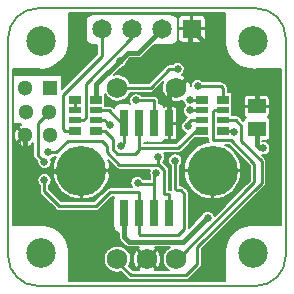
<source format=gbl>
G04 (created by PCBNEW (2013-03-02 BZR 3981)-testing) date Mon 04 Mar 2013 06:48:55 AM CET*
%MOIN*%
G04 Gerber Fmt 3.4, Leading zero omitted, Abs format*
%FSLAX34Y34*%
G01*
G70*
G90*
G04 APERTURE LIST*
%ADD10C,3.14961e-06*%
%ADD11C,0.00787402*%
%ADD12C,0.0688976*%
%ADD13O,0.167323X0.167323*%
%ADD14C,0.0984252*%
%ADD15R,0.0511811X0.0511811*%
%ADD16C,0.0511811*%
%ADD17R,0.0649606X0.0649606*%
%ADD18C,0.0649606*%
%ADD19R,0.0275591X0.0866142*%
%ADD20R,0.059X0.0511*%
%ADD21R,0.0393701X0.0255906*%
%ADD22R,0.0393701X0.019685*%
%ADD23C,0.0255906*%
%ADD24C,0.00984252*%
%ADD25C,0.015748*%
%ADD26C,0.000393701*%
%ADD27C,0.00629921*%
G04 APERTURE END LIST*
G54D10*
G54D11*
X48129Y-33562D02*
X40846Y-33562D01*
X49114Y-41830D02*
X49114Y-34547D01*
X40846Y-42814D02*
X48129Y-42814D01*
X39862Y-34547D02*
X39862Y-41830D01*
X39862Y-41830D02*
G75*
G03X40846Y-42814I984J0D01*
G74*
G01*
X48129Y-42814D02*
G75*
G03X49114Y-41830I0J984D01*
G74*
G01*
X49114Y-34547D02*
G75*
G03X48129Y-33562I-984J0D01*
G74*
G01*
X40846Y-33562D02*
G75*
G03X39862Y-34547I0J-984D01*
G74*
G01*
G54D12*
X43503Y-41929D03*
X45472Y-41929D03*
X44488Y-41929D03*
X45472Y-36220D03*
X43503Y-36220D03*
G54D13*
X46673Y-38976D03*
X42303Y-38976D03*
G54D14*
X48031Y-41732D03*
X40944Y-41732D03*
X40944Y-34645D03*
X48031Y-34645D03*
G54D15*
X41259Y-36220D03*
G54D16*
X40433Y-36220D03*
X41220Y-37007D03*
X40472Y-37007D03*
X41259Y-37795D03*
X40433Y-37795D03*
G54D17*
X45988Y-34251D03*
G54D18*
X44988Y-34251D03*
X43988Y-34251D03*
X42988Y-34251D03*
G54D19*
X43738Y-37397D03*
X44238Y-37397D03*
X44738Y-37397D03*
X45238Y-37397D03*
X45238Y-40397D03*
X44738Y-40397D03*
X44238Y-40397D03*
X43738Y-40397D03*
G54D20*
X48149Y-37578D03*
X48149Y-36830D03*
G54D21*
X47027Y-37647D03*
G54D22*
X47027Y-37283D03*
X47027Y-36968D03*
G54D21*
X47027Y-36604D03*
X46318Y-37647D03*
G54D22*
X46318Y-37283D03*
X46318Y-36968D03*
G54D21*
X46318Y-36604D03*
X42086Y-36604D03*
G54D22*
X42086Y-36968D03*
X42086Y-37283D03*
G54D21*
X42086Y-37647D03*
X42795Y-36604D03*
G54D22*
X42795Y-36968D03*
X42795Y-37283D03*
G54D21*
X42795Y-37647D03*
G54D23*
X45511Y-35590D03*
X46181Y-36161D03*
X44173Y-39389D03*
X44803Y-39055D03*
X45925Y-36968D03*
X41200Y-38366D03*
X44862Y-38523D03*
X45925Y-36614D03*
X43622Y-38149D03*
X41072Y-38681D03*
X41072Y-39291D03*
X45866Y-37500D03*
X45433Y-38641D03*
X42125Y-34547D03*
X42125Y-35157D03*
X48779Y-35944D03*
X48779Y-37440D03*
X48759Y-39015D03*
X48759Y-39940D03*
X46692Y-42027D03*
X42125Y-33956D03*
X40196Y-39409D03*
X40748Y-40078D03*
X40196Y-40590D03*
X42992Y-40905D03*
X42322Y-42165D03*
X41299Y-40590D03*
X44133Y-36633D03*
X43257Y-37470D03*
X47381Y-37677D03*
X48366Y-38228D03*
X43582Y-35314D03*
X46515Y-40551D03*
G54D24*
X44606Y-36220D02*
X45236Y-35590D01*
X45236Y-35590D02*
X45511Y-35590D01*
X43503Y-36220D02*
X44606Y-36220D01*
X47027Y-36220D02*
X46968Y-36161D01*
X46968Y-36161D02*
X46181Y-36161D01*
X47027Y-36220D02*
X47027Y-36604D01*
X43956Y-42460D02*
X45787Y-42460D01*
X43503Y-42007D02*
X43956Y-42460D01*
X43503Y-41929D02*
X43503Y-42007D01*
X46161Y-41535D02*
X48307Y-39389D01*
X46161Y-42086D02*
X46161Y-41535D01*
X45787Y-42460D02*
X46161Y-42086D01*
X47027Y-37283D02*
X47440Y-37283D01*
X47637Y-37992D02*
X47637Y-37480D01*
X48307Y-38661D02*
X48307Y-39389D01*
X47637Y-37992D02*
X48307Y-38661D01*
X47440Y-37283D02*
X47637Y-37480D01*
X47066Y-37322D02*
X47027Y-37283D01*
X47281Y-37954D02*
X46691Y-37954D01*
X46712Y-36968D02*
X47027Y-36968D01*
X46673Y-37007D02*
X46712Y-36968D01*
X46673Y-37936D02*
X46673Y-37007D01*
X46691Y-37954D02*
X46673Y-37936D01*
X45472Y-41929D02*
X45511Y-41929D01*
X45511Y-41929D02*
X48070Y-39370D01*
X48070Y-38743D02*
X48070Y-39370D01*
X47281Y-37954D02*
X48070Y-38743D01*
X46318Y-37647D02*
X46112Y-37647D01*
X45531Y-38228D02*
X44238Y-38228D01*
X46112Y-37647D02*
X45531Y-38228D01*
X42795Y-37647D02*
X43080Y-37647D01*
X44238Y-38281D02*
X44238Y-38228D01*
X44238Y-38228D02*
X44238Y-37476D01*
X43080Y-37647D02*
X43346Y-37913D01*
X43346Y-37913D02*
X43346Y-38267D01*
X44094Y-38425D02*
X44238Y-38281D01*
X43503Y-38425D02*
X44094Y-38425D01*
X43346Y-38267D02*
X43503Y-38425D01*
X44173Y-39389D02*
X44198Y-39415D01*
X44738Y-39415D02*
X44198Y-39415D01*
X44738Y-39415D02*
X44738Y-39120D01*
X44738Y-39120D02*
X44803Y-39055D01*
X46318Y-36968D02*
X45925Y-36968D01*
X44738Y-40476D02*
X44738Y-39415D01*
X41840Y-37972D02*
X41446Y-38366D01*
X42982Y-37972D02*
X41840Y-37972D01*
X43159Y-38366D02*
X43572Y-38779D01*
X43572Y-38779D02*
X43917Y-38779D01*
X44862Y-38779D02*
X43917Y-38779D01*
X43159Y-38149D02*
X42982Y-37972D01*
X43159Y-38149D02*
X43159Y-38366D01*
X41446Y-38366D02*
X41200Y-38366D01*
X44901Y-38779D02*
X45059Y-38937D01*
X44862Y-38779D02*
X44901Y-38779D01*
X45236Y-40395D02*
X45238Y-40397D01*
X45236Y-39763D02*
X45236Y-40395D01*
X45059Y-39763D02*
X45236Y-39763D01*
X45059Y-38937D02*
X45059Y-39763D01*
X46318Y-36604D02*
X45935Y-36604D01*
X44862Y-38523D02*
X44862Y-38779D01*
X45935Y-36604D02*
X45925Y-36614D01*
X43988Y-34251D02*
X43988Y-34535D01*
X43988Y-34535D02*
X42440Y-36082D01*
X42086Y-37283D02*
X42362Y-37283D01*
X42440Y-37204D02*
X42440Y-36082D01*
X42362Y-37283D02*
X42440Y-37204D01*
X43230Y-36968D02*
X43738Y-37476D01*
X42795Y-36968D02*
X43230Y-36968D01*
X43622Y-38149D02*
X43738Y-38033D01*
X43738Y-37476D02*
X43738Y-38033D01*
X41072Y-39291D02*
X41072Y-39665D01*
X40856Y-38248D02*
X40856Y-38464D01*
X40856Y-38464D02*
X41072Y-38681D01*
X43267Y-39685D02*
X42795Y-40157D01*
X45728Y-40905D02*
X45728Y-39744D01*
X44224Y-39685D02*
X43267Y-39685D01*
X44224Y-40462D02*
X44238Y-40476D01*
X44224Y-39685D02*
X44224Y-40462D01*
X45866Y-37381D02*
X45866Y-37500D01*
X46318Y-37283D02*
X45964Y-37283D01*
X45964Y-37283D02*
X45866Y-37381D01*
X45511Y-41122D02*
X45728Y-40905D01*
X44238Y-40476D02*
X44238Y-41088D01*
X44271Y-41122D02*
X44238Y-41088D01*
X44271Y-41122D02*
X45511Y-41122D01*
X45433Y-39572D02*
X45433Y-38641D01*
X45486Y-39625D02*
X45433Y-39572D01*
X45610Y-39625D02*
X45486Y-39625D01*
X45728Y-39744D02*
X45610Y-39625D01*
X42795Y-40157D02*
X41938Y-40157D01*
X40856Y-37372D02*
X41220Y-37007D01*
X40856Y-37372D02*
X40856Y-38248D01*
X41564Y-40157D02*
X41938Y-40157D01*
X41072Y-39665D02*
X41564Y-40157D01*
X46338Y-37283D02*
X46318Y-37283D01*
X42992Y-35137D02*
X42992Y-34255D01*
X42992Y-35137D02*
X41692Y-36437D01*
X41692Y-36437D02*
X41692Y-37598D01*
X41692Y-37598D02*
X41742Y-37647D01*
X42086Y-37647D02*
X41742Y-37647D01*
X42992Y-34255D02*
X42988Y-34251D01*
X42988Y-34251D02*
X42988Y-34295D01*
G54D25*
X40629Y-38976D02*
X40433Y-38779D01*
X42047Y-38976D02*
X40629Y-38976D01*
X40433Y-38779D02*
X40433Y-37795D01*
G54D26*
X48661Y-36830D02*
X48661Y-36062D01*
X48661Y-36062D02*
X48779Y-35944D01*
X48759Y-39940D02*
X48759Y-40177D01*
X48661Y-36830D02*
X48779Y-36948D01*
X48779Y-36948D02*
X48779Y-37440D01*
X48759Y-39015D02*
X48759Y-39940D01*
X48149Y-36830D02*
X48661Y-36830D01*
X46692Y-41496D02*
X46692Y-42027D01*
X47381Y-40807D02*
X46692Y-41496D01*
X47637Y-40807D02*
X47381Y-40807D01*
X47795Y-40649D02*
X47637Y-40807D01*
X48287Y-40649D02*
X47795Y-40649D01*
X48759Y-40177D02*
X48287Y-40649D01*
X45988Y-34251D02*
X45988Y-33881D01*
X42322Y-33759D02*
X42125Y-33956D01*
X45866Y-33759D02*
X42322Y-33759D01*
X45988Y-33881D02*
X45866Y-33759D01*
X40196Y-39409D02*
X40255Y-37972D01*
X40255Y-37972D02*
X40433Y-37795D01*
G54D25*
X45988Y-34295D02*
X48149Y-36456D01*
X45988Y-34251D02*
X45988Y-34295D01*
X48149Y-36456D02*
X48149Y-36830D01*
G54D26*
X40748Y-40078D02*
X40708Y-40078D01*
X40708Y-40078D02*
X40196Y-40590D01*
X40748Y-40078D02*
X41299Y-40590D01*
G54D25*
X45909Y-35783D02*
X45909Y-34330D01*
X45472Y-36220D02*
X45909Y-35783D01*
X45909Y-34330D02*
X45988Y-34251D01*
X45238Y-37476D02*
X45238Y-36454D01*
X45238Y-36454D02*
X45472Y-36220D01*
G54D24*
X44724Y-36633D02*
X44738Y-36647D01*
X44738Y-37476D02*
X44738Y-36647D01*
X44133Y-36633D02*
X44724Y-36633D01*
X42795Y-37283D02*
X43070Y-37283D01*
X43070Y-37283D02*
X43257Y-37470D01*
X42086Y-36604D02*
X42086Y-36968D01*
X47027Y-37647D02*
X47352Y-37647D01*
X47381Y-37677D02*
X47352Y-37647D01*
G54D25*
X48149Y-38110D02*
X48267Y-38228D01*
X48149Y-38110D02*
X48149Y-37578D01*
X48267Y-38228D02*
X48366Y-38228D01*
X45688Y-41338D02*
X46476Y-40551D01*
X43897Y-41338D02*
X45688Y-41338D01*
X43738Y-41179D02*
X43738Y-40476D01*
X43738Y-41179D02*
X43897Y-41338D01*
X46476Y-40551D02*
X46515Y-40551D01*
X42795Y-36604D02*
X42795Y-36102D01*
X42795Y-36102D02*
X43582Y-35314D01*
X43582Y-35314D02*
X43858Y-35039D01*
X44200Y-35039D02*
X44988Y-34251D01*
X43858Y-35039D02*
X44200Y-35039D01*
G54D10*
G36*
X47911Y-39304D02*
X47624Y-39590D01*
X47624Y-39145D01*
X47607Y-38994D01*
X46690Y-38994D01*
X46690Y-39910D01*
X46841Y-39928D01*
X47023Y-39877D01*
X47191Y-39791D01*
X47340Y-39675D01*
X47463Y-39532D01*
X47556Y-39368D01*
X47615Y-39189D01*
X47624Y-39145D01*
X47624Y-39590D01*
X46741Y-40473D01*
X46727Y-40438D01*
X46701Y-40399D01*
X46668Y-40366D01*
X46655Y-40358D01*
X46655Y-39910D01*
X46655Y-38994D01*
X45739Y-38994D01*
X45721Y-39145D01*
X45730Y-39189D01*
X45789Y-39368D01*
X45882Y-39532D01*
X46006Y-39675D01*
X46154Y-39791D01*
X46322Y-39877D01*
X46504Y-39928D01*
X46655Y-39910D01*
X46655Y-40358D01*
X46629Y-40340D01*
X46586Y-40322D01*
X46540Y-40313D01*
X46494Y-40312D01*
X46448Y-40321D01*
X46404Y-40339D01*
X46365Y-40364D01*
X46332Y-40397D01*
X46306Y-40435D01*
X46292Y-40468D01*
X45887Y-40872D01*
X45887Y-39744D01*
X45886Y-39729D01*
X45885Y-39714D01*
X45884Y-39713D01*
X45884Y-39713D01*
X45880Y-39699D01*
X45876Y-39684D01*
X45876Y-39684D01*
X45875Y-39683D01*
X45868Y-39670D01*
X45862Y-39657D01*
X45861Y-39656D01*
X45861Y-39655D01*
X45851Y-39644D01*
X45842Y-39632D01*
X45841Y-39631D01*
X45841Y-39631D01*
X45841Y-39631D01*
X45841Y-39631D01*
X45722Y-39513D01*
X45711Y-39503D01*
X45700Y-39494D01*
X45699Y-39494D01*
X45698Y-39493D01*
X45685Y-39486D01*
X45673Y-39479D01*
X45672Y-39479D01*
X45671Y-39478D01*
X45657Y-39474D01*
X45643Y-39470D01*
X45642Y-39469D01*
X45641Y-39469D01*
X45627Y-39468D01*
X45612Y-39466D01*
X45610Y-39466D01*
X45610Y-39466D01*
X45610Y-39466D01*
X45610Y-39466D01*
X45592Y-39466D01*
X45592Y-38818D01*
X45614Y-38798D01*
X45641Y-38759D01*
X45660Y-38717D01*
X45670Y-38671D01*
X45671Y-38618D01*
X45662Y-38572D01*
X45644Y-38529D01*
X45618Y-38490D01*
X45585Y-38457D01*
X45546Y-38431D01*
X45503Y-38413D01*
X45458Y-38403D01*
X45411Y-38403D01*
X45365Y-38412D01*
X45322Y-38429D01*
X45283Y-38455D01*
X45249Y-38487D01*
X45223Y-38526D01*
X45204Y-38569D01*
X45195Y-38615D01*
X45194Y-38661D01*
X45203Y-38707D01*
X45220Y-38751D01*
X45245Y-38790D01*
X45273Y-38819D01*
X45273Y-39572D01*
X45275Y-39587D01*
X45276Y-39602D01*
X45276Y-39602D01*
X45276Y-39603D01*
X45278Y-39610D01*
X45269Y-39607D01*
X45268Y-39607D01*
X45268Y-39607D01*
X45253Y-39606D01*
X45238Y-39604D01*
X45237Y-39604D01*
X45237Y-39604D01*
X45237Y-39604D01*
X45236Y-39604D01*
X45218Y-39604D01*
X45218Y-38937D01*
X45217Y-38922D01*
X45215Y-38907D01*
X45215Y-38906D01*
X45215Y-38906D01*
X45211Y-38891D01*
X45207Y-38877D01*
X45206Y-38877D01*
X45206Y-38876D01*
X45199Y-38863D01*
X45192Y-38850D01*
X45192Y-38849D01*
X45191Y-38848D01*
X45182Y-38837D01*
X45173Y-38825D01*
X45172Y-38824D01*
X45172Y-38824D01*
X45172Y-38824D01*
X45171Y-38824D01*
X45035Y-38687D01*
X45043Y-38680D01*
X45070Y-38641D01*
X45089Y-38599D01*
X45099Y-38553D01*
X45100Y-38500D01*
X45091Y-38454D01*
X45073Y-38411D01*
X45057Y-38387D01*
X45531Y-38387D01*
X45546Y-38386D01*
X45560Y-38385D01*
X45561Y-38384D01*
X45562Y-38384D01*
X45576Y-38380D01*
X45590Y-38376D01*
X45591Y-38376D01*
X45592Y-38375D01*
X45605Y-38368D01*
X45618Y-38362D01*
X45618Y-38361D01*
X45619Y-38361D01*
X45631Y-38351D01*
X45642Y-38342D01*
X45643Y-38341D01*
X45643Y-38341D01*
X45643Y-38341D01*
X45644Y-38341D01*
X46099Y-37885D01*
X46121Y-37885D01*
X46132Y-37885D01*
X46513Y-37885D01*
X46513Y-37936D01*
X46515Y-37950D01*
X46516Y-37965D01*
X46516Y-37966D01*
X46516Y-37967D01*
X46521Y-37981D01*
X46525Y-37995D01*
X46525Y-37996D01*
X46525Y-37997D01*
X46532Y-38010D01*
X46539Y-38023D01*
X46540Y-38023D01*
X46540Y-38024D01*
X46544Y-38029D01*
X46504Y-38024D01*
X46322Y-38075D01*
X46154Y-38160D01*
X46006Y-38277D01*
X45882Y-38419D01*
X45789Y-38584D01*
X45730Y-38763D01*
X45721Y-38807D01*
X45739Y-38958D01*
X46655Y-38958D01*
X46655Y-38950D01*
X46690Y-38950D01*
X46690Y-38958D01*
X47607Y-38958D01*
X47624Y-38807D01*
X47615Y-38763D01*
X47556Y-38584D01*
X47463Y-38419D01*
X47340Y-38277D01*
X47191Y-38160D01*
X47099Y-38113D01*
X47215Y-38113D01*
X47911Y-38809D01*
X47911Y-39304D01*
X47911Y-39304D01*
G37*
G54D27*
X47911Y-39304D02*
X47624Y-39590D01*
X47624Y-39145D01*
X47607Y-38994D01*
X46690Y-38994D01*
X46690Y-39910D01*
X46841Y-39928D01*
X47023Y-39877D01*
X47191Y-39791D01*
X47340Y-39675D01*
X47463Y-39532D01*
X47556Y-39368D01*
X47615Y-39189D01*
X47624Y-39145D01*
X47624Y-39590D01*
X46741Y-40473D01*
X46727Y-40438D01*
X46701Y-40399D01*
X46668Y-40366D01*
X46655Y-40358D01*
X46655Y-39910D01*
X46655Y-38994D01*
X45739Y-38994D01*
X45721Y-39145D01*
X45730Y-39189D01*
X45789Y-39368D01*
X45882Y-39532D01*
X46006Y-39675D01*
X46154Y-39791D01*
X46322Y-39877D01*
X46504Y-39928D01*
X46655Y-39910D01*
X46655Y-40358D01*
X46629Y-40340D01*
X46586Y-40322D01*
X46540Y-40313D01*
X46494Y-40312D01*
X46448Y-40321D01*
X46404Y-40339D01*
X46365Y-40364D01*
X46332Y-40397D01*
X46306Y-40435D01*
X46292Y-40468D01*
X45887Y-40872D01*
X45887Y-39744D01*
X45886Y-39729D01*
X45885Y-39714D01*
X45884Y-39713D01*
X45884Y-39713D01*
X45880Y-39699D01*
X45876Y-39684D01*
X45876Y-39684D01*
X45875Y-39683D01*
X45868Y-39670D01*
X45862Y-39657D01*
X45861Y-39656D01*
X45861Y-39655D01*
X45851Y-39644D01*
X45842Y-39632D01*
X45841Y-39631D01*
X45841Y-39631D01*
X45841Y-39631D01*
X45841Y-39631D01*
X45722Y-39513D01*
X45711Y-39503D01*
X45700Y-39494D01*
X45699Y-39494D01*
X45698Y-39493D01*
X45685Y-39486D01*
X45673Y-39479D01*
X45672Y-39479D01*
X45671Y-39478D01*
X45657Y-39474D01*
X45643Y-39470D01*
X45642Y-39469D01*
X45641Y-39469D01*
X45627Y-39468D01*
X45612Y-39466D01*
X45610Y-39466D01*
X45610Y-39466D01*
X45610Y-39466D01*
X45610Y-39466D01*
X45592Y-39466D01*
X45592Y-38818D01*
X45614Y-38798D01*
X45641Y-38759D01*
X45660Y-38717D01*
X45670Y-38671D01*
X45671Y-38618D01*
X45662Y-38572D01*
X45644Y-38529D01*
X45618Y-38490D01*
X45585Y-38457D01*
X45546Y-38431D01*
X45503Y-38413D01*
X45458Y-38403D01*
X45411Y-38403D01*
X45365Y-38412D01*
X45322Y-38429D01*
X45283Y-38455D01*
X45249Y-38487D01*
X45223Y-38526D01*
X45204Y-38569D01*
X45195Y-38615D01*
X45194Y-38661D01*
X45203Y-38707D01*
X45220Y-38751D01*
X45245Y-38790D01*
X45273Y-38819D01*
X45273Y-39572D01*
X45275Y-39587D01*
X45276Y-39602D01*
X45276Y-39602D01*
X45276Y-39603D01*
X45278Y-39610D01*
X45269Y-39607D01*
X45268Y-39607D01*
X45268Y-39607D01*
X45253Y-39606D01*
X45238Y-39604D01*
X45237Y-39604D01*
X45237Y-39604D01*
X45237Y-39604D01*
X45236Y-39604D01*
X45218Y-39604D01*
X45218Y-38937D01*
X45217Y-38922D01*
X45215Y-38907D01*
X45215Y-38906D01*
X45215Y-38906D01*
X45211Y-38891D01*
X45207Y-38877D01*
X45206Y-38877D01*
X45206Y-38876D01*
X45199Y-38863D01*
X45192Y-38850D01*
X45192Y-38849D01*
X45191Y-38848D01*
X45182Y-38837D01*
X45173Y-38825D01*
X45172Y-38824D01*
X45172Y-38824D01*
X45172Y-38824D01*
X45171Y-38824D01*
X45035Y-38687D01*
X45043Y-38680D01*
X45070Y-38641D01*
X45089Y-38599D01*
X45099Y-38553D01*
X45100Y-38500D01*
X45091Y-38454D01*
X45073Y-38411D01*
X45057Y-38387D01*
X45531Y-38387D01*
X45546Y-38386D01*
X45560Y-38385D01*
X45561Y-38384D01*
X45562Y-38384D01*
X45576Y-38380D01*
X45590Y-38376D01*
X45591Y-38376D01*
X45592Y-38375D01*
X45605Y-38368D01*
X45618Y-38362D01*
X45618Y-38361D01*
X45619Y-38361D01*
X45631Y-38351D01*
X45642Y-38342D01*
X45643Y-38341D01*
X45643Y-38341D01*
X45643Y-38341D01*
X45644Y-38341D01*
X46099Y-37885D01*
X46121Y-37885D01*
X46132Y-37885D01*
X46513Y-37885D01*
X46513Y-37936D01*
X46515Y-37950D01*
X46516Y-37965D01*
X46516Y-37966D01*
X46516Y-37967D01*
X46521Y-37981D01*
X46525Y-37995D01*
X46525Y-37996D01*
X46525Y-37997D01*
X46532Y-38010D01*
X46539Y-38023D01*
X46540Y-38023D01*
X46540Y-38024D01*
X46544Y-38029D01*
X46504Y-38024D01*
X46322Y-38075D01*
X46154Y-38160D01*
X46006Y-38277D01*
X45882Y-38419D01*
X45789Y-38584D01*
X45730Y-38763D01*
X45721Y-38807D01*
X45739Y-38958D01*
X46655Y-38958D01*
X46655Y-38950D01*
X46690Y-38950D01*
X46690Y-38958D01*
X47607Y-38958D01*
X47624Y-38807D01*
X47615Y-38763D01*
X47556Y-38584D01*
X47463Y-38419D01*
X47340Y-38277D01*
X47191Y-38160D01*
X47099Y-38113D01*
X47215Y-38113D01*
X47911Y-38809D01*
X47911Y-39304D01*
G54D10*
G36*
X48964Y-40780D02*
X48961Y-40779D01*
X48918Y-40775D01*
X48604Y-40775D01*
X48604Y-38204D01*
X48595Y-38159D01*
X48577Y-38115D01*
X48551Y-38077D01*
X48518Y-38043D01*
X48479Y-38017D01*
X48436Y-37999D01*
X48391Y-37990D01*
X48344Y-37989D01*
X48338Y-37991D01*
X48338Y-37983D01*
X48459Y-37983D01*
X48488Y-37978D01*
X48515Y-37966D01*
X48539Y-37950D01*
X48560Y-37930D01*
X48576Y-37905D01*
X48588Y-37878D01*
X48594Y-37849D01*
X48594Y-37820D01*
X48594Y-37308D01*
X48588Y-37279D01*
X48577Y-37252D01*
X48561Y-37228D01*
X48540Y-37207D01*
X48518Y-37192D01*
X48527Y-37186D01*
X48545Y-37168D01*
X48559Y-37147D01*
X48569Y-37123D01*
X48574Y-37098D01*
X48574Y-36562D01*
X48569Y-36537D01*
X48559Y-36513D01*
X48545Y-36492D01*
X48527Y-36474D01*
X48506Y-36460D01*
X48483Y-36450D01*
X48458Y-36445D01*
X48432Y-36445D01*
X48199Y-36445D01*
X48167Y-36477D01*
X48167Y-36813D01*
X48542Y-36813D01*
X48574Y-36780D01*
X48574Y-36562D01*
X48574Y-37098D01*
X48574Y-36880D01*
X48542Y-36848D01*
X48167Y-36848D01*
X48167Y-36856D01*
X48131Y-36856D01*
X48131Y-36848D01*
X48131Y-36813D01*
X48131Y-36477D01*
X48099Y-36445D01*
X47866Y-36445D01*
X47840Y-36445D01*
X47816Y-36450D01*
X47792Y-36460D01*
X47771Y-36474D01*
X47753Y-36492D01*
X47739Y-36513D01*
X47729Y-36537D01*
X47724Y-36562D01*
X47724Y-36780D01*
X47757Y-36813D01*
X48131Y-36813D01*
X48131Y-36848D01*
X47757Y-36848D01*
X47724Y-36880D01*
X47724Y-37098D01*
X47729Y-37123D01*
X47739Y-37147D01*
X47753Y-37168D01*
X47771Y-37186D01*
X47780Y-37192D01*
X47759Y-37206D01*
X47738Y-37227D01*
X47722Y-37251D01*
X47710Y-37278D01*
X47705Y-37307D01*
X47704Y-37322D01*
X47553Y-37170D01*
X47542Y-37161D01*
X47531Y-37151D01*
X47530Y-37151D01*
X47529Y-37150D01*
X47516Y-37144D01*
X47503Y-37136D01*
X47502Y-37136D01*
X47502Y-37136D01*
X47488Y-37131D01*
X47474Y-37127D01*
X47473Y-37127D01*
X47472Y-37127D01*
X47457Y-37125D01*
X47443Y-37124D01*
X47441Y-37124D01*
X47441Y-37124D01*
X47441Y-37124D01*
X47440Y-37124D01*
X47334Y-37124D01*
X47334Y-37067D01*
X47334Y-37056D01*
X47334Y-36859D01*
X47334Y-36859D01*
X47334Y-36733D01*
X47334Y-36722D01*
X47334Y-36465D01*
X47334Y-36465D01*
X47334Y-36366D01*
X47225Y-36366D01*
X47214Y-36366D01*
X47187Y-36366D01*
X47187Y-36220D01*
X47185Y-36205D01*
X47184Y-36191D01*
X47184Y-36190D01*
X47183Y-36189D01*
X47179Y-36175D01*
X47175Y-36161D01*
X47175Y-36160D01*
X47174Y-36159D01*
X47168Y-36146D01*
X47161Y-36133D01*
X47160Y-36132D01*
X47160Y-36132D01*
X47151Y-36120D01*
X47141Y-36109D01*
X47140Y-36108D01*
X47140Y-36108D01*
X47140Y-36108D01*
X47140Y-36107D01*
X47081Y-36048D01*
X47069Y-36039D01*
X47058Y-36029D01*
X47057Y-36029D01*
X47057Y-36028D01*
X47044Y-36021D01*
X47031Y-36014D01*
X47030Y-36014D01*
X47029Y-36014D01*
X47015Y-36009D01*
X47001Y-36005D01*
X47000Y-36005D01*
X47000Y-36005D01*
X46985Y-36003D01*
X46970Y-36001D01*
X46969Y-36001D01*
X46969Y-36001D01*
X46969Y-36001D01*
X46968Y-36001D01*
X46443Y-36001D01*
X46443Y-34564D01*
X46443Y-33938D01*
X46442Y-33913D01*
X46437Y-33888D01*
X46427Y-33865D01*
X46413Y-33843D01*
X46395Y-33825D01*
X46374Y-33811D01*
X46350Y-33802D01*
X46325Y-33797D01*
X46038Y-33797D01*
X46005Y-33829D01*
X46005Y-34234D01*
X46410Y-34234D01*
X46442Y-34201D01*
X46443Y-33938D01*
X46443Y-34564D01*
X46442Y-34302D01*
X46410Y-34269D01*
X46005Y-34269D01*
X46005Y-34674D01*
X46038Y-34706D01*
X46325Y-34706D01*
X46350Y-34701D01*
X46374Y-34692D01*
X46395Y-34677D01*
X46413Y-34659D01*
X46427Y-34638D01*
X46437Y-34615D01*
X46442Y-34590D01*
X46443Y-34564D01*
X46443Y-36001D01*
X46358Y-36001D01*
X46333Y-35977D01*
X46294Y-35950D01*
X46251Y-35932D01*
X46206Y-35923D01*
X46159Y-35923D01*
X46113Y-35931D01*
X46070Y-35949D01*
X46031Y-35974D01*
X45997Y-36007D01*
X45971Y-36046D01*
X45970Y-36048D01*
X45970Y-34674D01*
X45970Y-34269D01*
X45970Y-34234D01*
X45970Y-33829D01*
X45937Y-33797D01*
X45650Y-33797D01*
X45625Y-33802D01*
X45602Y-33811D01*
X45580Y-33825D01*
X45562Y-33843D01*
X45548Y-33865D01*
X45538Y-33888D01*
X45533Y-33913D01*
X45533Y-33938D01*
X45533Y-34201D01*
X45565Y-34234D01*
X45970Y-34234D01*
X45970Y-34269D01*
X45565Y-34269D01*
X45533Y-34302D01*
X45533Y-34564D01*
X45533Y-34590D01*
X45538Y-34615D01*
X45548Y-34638D01*
X45562Y-34659D01*
X45580Y-34677D01*
X45602Y-34692D01*
X45625Y-34701D01*
X45650Y-34706D01*
X45937Y-34706D01*
X45970Y-34674D01*
X45970Y-36048D01*
X45952Y-36089D01*
X45943Y-36134D01*
X45942Y-36156D01*
X45940Y-36130D01*
X45914Y-36040D01*
X45870Y-35958D01*
X45868Y-35954D01*
X45798Y-35919D01*
X45497Y-36220D01*
X45503Y-36226D01*
X45478Y-36251D01*
X45472Y-36245D01*
X45171Y-36546D01*
X45206Y-36616D01*
X45288Y-36660D01*
X45377Y-36687D01*
X45470Y-36697D01*
X45562Y-36688D01*
X45652Y-36662D01*
X45688Y-36642D01*
X45695Y-36680D01*
X45712Y-36723D01*
X45737Y-36762D01*
X45765Y-36791D01*
X45741Y-36814D01*
X45715Y-36853D01*
X45697Y-36896D01*
X45687Y-36941D01*
X45686Y-36988D01*
X45695Y-37034D01*
X45712Y-37077D01*
X45737Y-37117D01*
X45770Y-37150D01*
X45808Y-37177D01*
X45833Y-37188D01*
X45753Y-37269D01*
X45744Y-37280D01*
X45734Y-37291D01*
X45734Y-37292D01*
X45733Y-37293D01*
X45726Y-37306D01*
X45726Y-37306D01*
X45716Y-37313D01*
X45682Y-37346D01*
X45656Y-37384D01*
X45638Y-37427D01*
X45628Y-37473D01*
X45627Y-37520D01*
X45636Y-37565D01*
X45653Y-37609D01*
X45678Y-37648D01*
X45711Y-37682D01*
X45749Y-37708D01*
X45792Y-37727D01*
X45804Y-37730D01*
X45505Y-38028D01*
X45505Y-37818D01*
X45505Y-36976D01*
X45505Y-36950D01*
X45500Y-36925D01*
X45490Y-36902D01*
X45476Y-36881D01*
X45458Y-36863D01*
X45437Y-36849D01*
X45413Y-36839D01*
X45388Y-36834D01*
X45288Y-36834D01*
X45255Y-36867D01*
X45255Y-37379D01*
X45473Y-37379D01*
X45505Y-37347D01*
X45505Y-36976D01*
X45505Y-37818D01*
X45505Y-37447D01*
X45473Y-37415D01*
X45255Y-37415D01*
X45255Y-37928D01*
X45288Y-37960D01*
X45388Y-37960D01*
X45413Y-37955D01*
X45437Y-37945D01*
X45458Y-37931D01*
X45476Y-37913D01*
X45490Y-37892D01*
X45500Y-37869D01*
X45505Y-37844D01*
X45505Y-37818D01*
X45505Y-38028D01*
X45465Y-38068D01*
X44397Y-38068D01*
X44397Y-38059D01*
X44398Y-38059D01*
X44442Y-38050D01*
X44483Y-38033D01*
X44488Y-38030D01*
X44491Y-38032D01*
X44532Y-38049D01*
X44576Y-38058D01*
X44621Y-38059D01*
X44898Y-38059D01*
X44942Y-38050D01*
X44983Y-38033D01*
X45021Y-38008D01*
X45052Y-37976D01*
X45066Y-37956D01*
X45087Y-37960D01*
X45187Y-37960D01*
X45220Y-37928D01*
X45220Y-37415D01*
X45212Y-37415D01*
X45212Y-37379D01*
X45220Y-37379D01*
X45220Y-36867D01*
X45187Y-36834D01*
X45087Y-36834D01*
X45066Y-36838D01*
X45053Y-36819D01*
X45022Y-36787D01*
X44985Y-36762D01*
X44943Y-36745D01*
X44899Y-36736D01*
X44897Y-36736D01*
X44897Y-36647D01*
X44896Y-36632D01*
X44894Y-36618D01*
X44894Y-36617D01*
X44894Y-36616D01*
X44890Y-36602D01*
X44886Y-36588D01*
X44885Y-36587D01*
X44885Y-36586D01*
X44878Y-36573D01*
X44871Y-36560D01*
X44871Y-36560D01*
X44870Y-36559D01*
X44861Y-36547D01*
X44852Y-36536D01*
X44851Y-36535D01*
X44851Y-36535D01*
X44851Y-36535D01*
X44850Y-36534D01*
X44837Y-36521D01*
X44825Y-36511D01*
X44814Y-36502D01*
X44813Y-36501D01*
X44813Y-36501D01*
X44800Y-36494D01*
X44787Y-36487D01*
X44786Y-36487D01*
X44785Y-36486D01*
X44771Y-36482D01*
X44757Y-36477D01*
X44756Y-36477D01*
X44755Y-36477D01*
X44741Y-36476D01*
X44726Y-36474D01*
X44724Y-36474D01*
X44724Y-36474D01*
X44724Y-36474D01*
X44724Y-36474D01*
X44311Y-36474D01*
X44286Y-36449D01*
X44247Y-36423D01*
X44204Y-36405D01*
X44158Y-36395D01*
X44112Y-36395D01*
X44066Y-36404D01*
X44022Y-36421D01*
X43983Y-36447D01*
X43950Y-36480D01*
X43924Y-36518D01*
X43905Y-36561D01*
X43896Y-36607D01*
X43895Y-36653D01*
X43903Y-36699D01*
X43919Y-36740D01*
X43899Y-36736D01*
X43855Y-36736D01*
X43578Y-36736D01*
X43534Y-36744D01*
X43492Y-36761D01*
X43455Y-36786D01*
X43423Y-36818D01*
X43398Y-36855D01*
X43382Y-36894D01*
X43343Y-36855D01*
X43331Y-36846D01*
X43320Y-36836D01*
X43319Y-36836D01*
X43319Y-36836D01*
X43306Y-36829D01*
X43293Y-36821D01*
X43292Y-36821D01*
X43291Y-36821D01*
X43277Y-36816D01*
X43263Y-36812D01*
X43262Y-36812D01*
X43261Y-36812D01*
X43247Y-36810D01*
X43232Y-36809D01*
X43230Y-36809D01*
X43230Y-36809D01*
X43230Y-36809D01*
X43230Y-36809D01*
X43102Y-36809D01*
X43102Y-36733D01*
X43102Y-36722D01*
X43102Y-36465D01*
X43102Y-36465D01*
X43102Y-36436D01*
X43145Y-36504D01*
X43207Y-36568D01*
X43281Y-36619D01*
X43362Y-36655D01*
X43449Y-36674D01*
X43538Y-36676D01*
X43626Y-36660D01*
X43709Y-36628D01*
X43785Y-36580D01*
X43849Y-36519D01*
X43901Y-36446D01*
X43930Y-36379D01*
X44606Y-36379D01*
X44620Y-36378D01*
X44635Y-36377D01*
X44636Y-36376D01*
X44637Y-36376D01*
X44651Y-36372D01*
X44665Y-36368D01*
X44666Y-36368D01*
X44667Y-36367D01*
X44680Y-36360D01*
X44693Y-36354D01*
X44693Y-36353D01*
X44694Y-36353D01*
X44705Y-36343D01*
X44717Y-36334D01*
X44718Y-36333D01*
X44718Y-36333D01*
X44718Y-36333D01*
X44719Y-36333D01*
X45052Y-35999D01*
X45032Y-36036D01*
X45005Y-36125D01*
X44995Y-36218D01*
X45004Y-36310D01*
X45030Y-36400D01*
X45074Y-36482D01*
X45076Y-36486D01*
X45146Y-36521D01*
X45447Y-36220D01*
X45441Y-36214D01*
X45466Y-36189D01*
X45472Y-36195D01*
X45773Y-35894D01*
X45738Y-35824D01*
X45656Y-35780D01*
X45659Y-35779D01*
X45692Y-35746D01*
X45719Y-35708D01*
X45738Y-35666D01*
X45749Y-35620D01*
X45750Y-35567D01*
X45740Y-35521D01*
X45723Y-35478D01*
X45697Y-35439D01*
X45664Y-35406D01*
X45625Y-35380D01*
X45582Y-35361D01*
X45536Y-35352D01*
X45490Y-35352D01*
X45444Y-35360D01*
X45400Y-35378D01*
X45361Y-35404D01*
X45334Y-35431D01*
X45236Y-35431D01*
X45221Y-35432D01*
X45206Y-35433D01*
X45206Y-35434D01*
X45205Y-35434D01*
X45191Y-35438D01*
X45177Y-35442D01*
X45176Y-35442D01*
X45175Y-35443D01*
X45162Y-35450D01*
X45149Y-35456D01*
X45148Y-35457D01*
X45147Y-35457D01*
X45136Y-35467D01*
X45125Y-35476D01*
X45123Y-35477D01*
X45123Y-35477D01*
X45123Y-35477D01*
X45123Y-35477D01*
X44540Y-36061D01*
X43930Y-36061D01*
X43907Y-36005D01*
X43858Y-35931D01*
X43795Y-35868D01*
X43721Y-35818D01*
X43639Y-35783D01*
X43551Y-35766D01*
X43462Y-35765D01*
X43384Y-35780D01*
X43613Y-35551D01*
X43647Y-35545D01*
X43690Y-35528D01*
X43730Y-35503D01*
X43763Y-35471D01*
X43790Y-35433D01*
X43809Y-35390D01*
X43820Y-35344D01*
X43820Y-35344D01*
X43936Y-35228D01*
X44200Y-35228D01*
X44218Y-35226D01*
X44235Y-35225D01*
X44236Y-35224D01*
X44237Y-35224D01*
X44254Y-35219D01*
X44270Y-35214D01*
X44271Y-35214D01*
X44272Y-35214D01*
X44288Y-35205D01*
X44303Y-35197D01*
X44304Y-35197D01*
X44305Y-35196D01*
X44318Y-35185D01*
X44332Y-35174D01*
X44333Y-35173D01*
X44333Y-35173D01*
X44333Y-35173D01*
X44334Y-35172D01*
X44731Y-34775D01*
X45296Y-34775D01*
X45339Y-34771D01*
X45382Y-34758D01*
X45422Y-34737D01*
X45456Y-34708D01*
X45485Y-34674D01*
X45506Y-34634D01*
X45519Y-34591D01*
X45523Y-34548D01*
X45523Y-33994D01*
X45519Y-33951D01*
X45506Y-33908D01*
X45485Y-33869D01*
X45456Y-33834D01*
X45422Y-33806D01*
X45382Y-33784D01*
X45339Y-33771D01*
X45296Y-33767D01*
X42675Y-33767D01*
X42632Y-33771D01*
X42589Y-33784D01*
X42550Y-33806D01*
X42515Y-33834D01*
X42487Y-33869D01*
X42466Y-33908D01*
X42453Y-33951D01*
X42448Y-33994D01*
X42448Y-34548D01*
X42453Y-34591D01*
X42466Y-34634D01*
X42487Y-34674D01*
X42515Y-34708D01*
X42550Y-34737D01*
X42589Y-34758D01*
X42632Y-34771D01*
X42675Y-34775D01*
X42832Y-34775D01*
X42832Y-35071D01*
X41665Y-36239D01*
X41665Y-35795D01*
X40027Y-35795D01*
X40027Y-37433D01*
X40298Y-37433D01*
X40283Y-37437D01*
X40219Y-37471D01*
X40194Y-37531D01*
X40433Y-37770D01*
X40438Y-37764D01*
X40463Y-37789D01*
X40458Y-37795D01*
X40463Y-37800D01*
X40438Y-37825D01*
X40433Y-37820D01*
X40408Y-37845D01*
X40408Y-37795D01*
X40169Y-37556D01*
X40109Y-37581D01*
X40074Y-37648D01*
X40052Y-37721D01*
X40045Y-37796D01*
X40053Y-37872D01*
X40075Y-37944D01*
X40109Y-38008D01*
X40169Y-38033D01*
X40408Y-37795D01*
X40408Y-37845D01*
X40194Y-38058D01*
X40219Y-38119D01*
X40286Y-38154D01*
X40359Y-38175D01*
X40434Y-38182D01*
X40509Y-38175D01*
X40582Y-38153D01*
X40646Y-38119D01*
X40671Y-38058D01*
X40671Y-38058D01*
X40694Y-38081D01*
X40696Y-38079D01*
X40696Y-38248D01*
X40696Y-38464D01*
X40698Y-38479D01*
X40699Y-38493D01*
X40699Y-38494D01*
X40699Y-38495D01*
X40704Y-38509D01*
X40708Y-38523D01*
X40708Y-38524D01*
X40708Y-38525D01*
X40715Y-38538D01*
X40722Y-38551D01*
X40723Y-38552D01*
X40723Y-38552D01*
X40732Y-38564D01*
X40741Y-38575D01*
X40743Y-38576D01*
X40743Y-38576D01*
X40743Y-38576D01*
X40743Y-38577D01*
X40834Y-38668D01*
X40834Y-38701D01*
X40842Y-38747D01*
X40859Y-38790D01*
X40885Y-38829D01*
X40917Y-38863D01*
X40956Y-38890D01*
X40998Y-38908D01*
X41044Y-38918D01*
X41091Y-38919D01*
X41137Y-38911D01*
X41180Y-38894D01*
X41220Y-38869D01*
X41254Y-38837D01*
X41280Y-38799D01*
X41299Y-38756D01*
X41310Y-38711D01*
X41311Y-38657D01*
X41301Y-38611D01*
X41291Y-38586D01*
X41308Y-38579D01*
X41348Y-38554D01*
X41378Y-38525D01*
X41446Y-38525D01*
X41453Y-38524D01*
X41419Y-38584D01*
X41360Y-38763D01*
X41351Y-38807D01*
X41369Y-38958D01*
X42285Y-38958D01*
X42285Y-38950D01*
X42320Y-38950D01*
X42320Y-38958D01*
X43237Y-38958D01*
X43254Y-38807D01*
X43245Y-38763D01*
X43203Y-38635D01*
X43460Y-38892D01*
X43471Y-38901D01*
X43482Y-38911D01*
X43483Y-38911D01*
X43484Y-38912D01*
X43497Y-38918D01*
X43510Y-38926D01*
X43510Y-38926D01*
X43511Y-38926D01*
X43525Y-38931D01*
X43539Y-38935D01*
X43540Y-38935D01*
X43541Y-38935D01*
X43555Y-38937D01*
X43570Y-38938D01*
X43572Y-38938D01*
X43572Y-38938D01*
X43572Y-38938D01*
X43572Y-38938D01*
X43917Y-38938D01*
X44593Y-38938D01*
X44593Y-38939D01*
X44575Y-38982D01*
X44565Y-39028D01*
X44564Y-39075D01*
X44573Y-39121D01*
X44578Y-39135D01*
X44578Y-39255D01*
X44370Y-39255D01*
X44358Y-39238D01*
X44325Y-39205D01*
X44287Y-39179D01*
X44244Y-39161D01*
X44198Y-39151D01*
X44151Y-39151D01*
X44105Y-39160D01*
X44062Y-39177D01*
X44023Y-39203D01*
X43989Y-39235D01*
X43963Y-39274D01*
X43945Y-39317D01*
X43935Y-39363D01*
X43934Y-39409D01*
X43943Y-39455D01*
X43960Y-39499D01*
X43977Y-39525D01*
X43267Y-39525D01*
X43254Y-39526D01*
X43254Y-39145D01*
X43237Y-38994D01*
X42320Y-38994D01*
X42320Y-39910D01*
X42471Y-39928D01*
X42653Y-39877D01*
X42821Y-39791D01*
X42970Y-39675D01*
X43093Y-39532D01*
X43186Y-39368D01*
X43245Y-39189D01*
X43254Y-39145D01*
X43254Y-39526D01*
X43253Y-39527D01*
X43238Y-39528D01*
X43237Y-39528D01*
X43236Y-39528D01*
X43222Y-39532D01*
X43208Y-39536D01*
X43207Y-39537D01*
X43206Y-39537D01*
X43193Y-39544D01*
X43180Y-39551D01*
X43180Y-39551D01*
X43179Y-39552D01*
X43168Y-39561D01*
X43156Y-39570D01*
X43155Y-39571D01*
X43155Y-39571D01*
X43155Y-39571D01*
X43154Y-39572D01*
X42729Y-39998D01*
X42285Y-39998D01*
X42285Y-39910D01*
X42285Y-38994D01*
X41369Y-38994D01*
X41351Y-39145D01*
X41360Y-39189D01*
X41419Y-39368D01*
X41512Y-39532D01*
X41635Y-39675D01*
X41784Y-39791D01*
X41952Y-39877D01*
X42134Y-39928D01*
X42285Y-39910D01*
X42285Y-39998D01*
X41938Y-39998D01*
X41631Y-39998D01*
X41232Y-39599D01*
X41232Y-39468D01*
X41254Y-39447D01*
X41280Y-39409D01*
X41299Y-39366D01*
X41310Y-39321D01*
X41311Y-39267D01*
X41301Y-39222D01*
X41284Y-39178D01*
X41258Y-39140D01*
X41225Y-39106D01*
X41186Y-39080D01*
X41143Y-39062D01*
X41097Y-39053D01*
X41051Y-39052D01*
X41005Y-39061D01*
X40961Y-39079D01*
X40922Y-39104D01*
X40889Y-39137D01*
X40863Y-39176D01*
X40844Y-39218D01*
X40834Y-39264D01*
X40834Y-39311D01*
X40842Y-39357D01*
X40859Y-39400D01*
X40885Y-39440D01*
X40913Y-39469D01*
X40913Y-39665D01*
X40914Y-39680D01*
X40916Y-39694D01*
X40916Y-39695D01*
X40916Y-39696D01*
X40920Y-39710D01*
X40924Y-39724D01*
X40925Y-39725D01*
X40925Y-39726D01*
X40932Y-39739D01*
X40939Y-39752D01*
X40939Y-39752D01*
X40940Y-39753D01*
X40949Y-39764D01*
X40958Y-39776D01*
X40959Y-39777D01*
X40959Y-39777D01*
X40959Y-39777D01*
X40960Y-39778D01*
X41452Y-40270D01*
X41463Y-40279D01*
X41474Y-40289D01*
X41475Y-40289D01*
X41476Y-40289D01*
X41489Y-40296D01*
X41502Y-40304D01*
X41502Y-40304D01*
X41503Y-40304D01*
X41517Y-40308D01*
X41531Y-40313D01*
X41532Y-40313D01*
X41533Y-40313D01*
X41548Y-40315D01*
X41562Y-40316D01*
X41564Y-40316D01*
X41564Y-40316D01*
X41564Y-40316D01*
X41564Y-40316D01*
X41938Y-40316D01*
X42795Y-40316D01*
X42809Y-40315D01*
X42824Y-40314D01*
X42825Y-40313D01*
X42826Y-40313D01*
X42840Y-40309D01*
X42854Y-40305D01*
X42855Y-40305D01*
X42856Y-40304D01*
X42869Y-40297D01*
X42882Y-40291D01*
X42882Y-40290D01*
X42883Y-40290D01*
X42894Y-40280D01*
X42906Y-40271D01*
X42907Y-40270D01*
X42907Y-40270D01*
X42907Y-40270D01*
X42908Y-40270D01*
X43333Y-39844D01*
X43405Y-39844D01*
X43398Y-39855D01*
X43381Y-39896D01*
X43372Y-39940D01*
X43371Y-39985D01*
X43372Y-40853D01*
X43380Y-40897D01*
X43397Y-40938D01*
X43422Y-40975D01*
X43454Y-41007D01*
X43491Y-41032D01*
X43532Y-41049D01*
X43549Y-41053D01*
X43549Y-41179D01*
X43550Y-41196D01*
X43552Y-41213D01*
X43552Y-41214D01*
X43552Y-41215D01*
X43557Y-41232D01*
X43562Y-41249D01*
X43563Y-41250D01*
X43563Y-41251D01*
X43571Y-41266D01*
X43579Y-41282D01*
X43580Y-41282D01*
X43580Y-41283D01*
X43591Y-41297D01*
X43602Y-41310D01*
X43604Y-41312D01*
X43604Y-41312D01*
X43604Y-41312D01*
X43604Y-41312D01*
X43764Y-41472D01*
X43777Y-41483D01*
X43790Y-41494D01*
X43791Y-41494D01*
X43792Y-41495D01*
X43807Y-41503D01*
X43823Y-41512D01*
X43824Y-41512D01*
X43825Y-41513D01*
X43841Y-41518D01*
X43858Y-41523D01*
X43859Y-41523D01*
X43860Y-41523D01*
X43877Y-41525D01*
X43894Y-41527D01*
X43896Y-41527D01*
X43896Y-41527D01*
X43897Y-41527D01*
X43897Y-41527D01*
X44232Y-41527D01*
X44226Y-41530D01*
X44222Y-41533D01*
X44186Y-41602D01*
X44488Y-41904D01*
X44789Y-41602D01*
X44753Y-41533D01*
X44743Y-41527D01*
X45255Y-41527D01*
X45186Y-41573D01*
X45122Y-41635D01*
X45072Y-41709D01*
X45036Y-41790D01*
X45018Y-41878D01*
X45017Y-41967D01*
X45033Y-42055D01*
X45066Y-42137D01*
X45114Y-42212D01*
X45176Y-42277D01*
X45210Y-42301D01*
X44964Y-42301D01*
X44964Y-41931D01*
X44956Y-41838D01*
X44929Y-41749D01*
X44886Y-41667D01*
X44883Y-41663D01*
X44814Y-41627D01*
X44513Y-41929D01*
X44814Y-42230D01*
X44883Y-42194D01*
X44928Y-42112D01*
X44955Y-42023D01*
X44964Y-41931D01*
X44964Y-42301D01*
X44766Y-42301D01*
X44789Y-42255D01*
X44488Y-41954D01*
X44463Y-41979D01*
X44463Y-41929D01*
X44161Y-41627D01*
X44092Y-41663D01*
X44048Y-41745D01*
X44021Y-41834D01*
X44011Y-41926D01*
X44020Y-42019D01*
X44046Y-42108D01*
X44089Y-42191D01*
X44092Y-42194D01*
X44161Y-42230D01*
X44463Y-41929D01*
X44463Y-41979D01*
X44186Y-42255D01*
X44210Y-42301D01*
X44022Y-42301D01*
X43890Y-42169D01*
X43901Y-42154D01*
X43937Y-42073D01*
X43957Y-41986D01*
X43958Y-41884D01*
X43941Y-41797D01*
X43907Y-41714D01*
X43858Y-41640D01*
X43795Y-41577D01*
X43721Y-41527D01*
X43639Y-41492D01*
X43551Y-41474D01*
X43462Y-41474D01*
X43374Y-41490D01*
X43292Y-41524D01*
X43217Y-41573D01*
X43153Y-41635D01*
X43103Y-41709D01*
X43068Y-41790D01*
X43049Y-41878D01*
X43048Y-41967D01*
X43064Y-42055D01*
X43097Y-42137D01*
X43145Y-42212D01*
X43207Y-42277D01*
X43281Y-42327D01*
X43362Y-42363D01*
X43449Y-42382D01*
X43538Y-42384D01*
X43626Y-42369D01*
X43636Y-42365D01*
X43843Y-42573D01*
X43855Y-42582D01*
X43866Y-42592D01*
X43867Y-42592D01*
X43867Y-42593D01*
X43880Y-42600D01*
X43893Y-42607D01*
X43894Y-42607D01*
X43895Y-42607D01*
X43909Y-42612D01*
X43923Y-42616D01*
X43924Y-42616D01*
X43925Y-42616D01*
X43939Y-42618D01*
X43954Y-42620D01*
X43956Y-42620D01*
X43956Y-42620D01*
X43956Y-42620D01*
X43956Y-42620D01*
X45787Y-42620D01*
X45802Y-42618D01*
X45816Y-42617D01*
X45817Y-42617D01*
X45818Y-42617D01*
X45832Y-42612D01*
X45846Y-42608D01*
X45847Y-42608D01*
X45848Y-42608D01*
X45861Y-42601D01*
X45874Y-42594D01*
X45874Y-42593D01*
X45875Y-42593D01*
X45887Y-42584D01*
X45898Y-42574D01*
X45899Y-42573D01*
X45899Y-42573D01*
X45899Y-42573D01*
X45900Y-42573D01*
X46274Y-42199D01*
X46283Y-42187D01*
X46292Y-42176D01*
X46293Y-42175D01*
X46293Y-42175D01*
X46300Y-42162D01*
X46307Y-42149D01*
X46308Y-42148D01*
X46308Y-42147D01*
X46312Y-42133D01*
X46317Y-42119D01*
X46317Y-42118D01*
X46317Y-42118D01*
X46319Y-42103D01*
X46320Y-42088D01*
X46320Y-42087D01*
X46320Y-42087D01*
X46320Y-42087D01*
X46320Y-42086D01*
X46320Y-41601D01*
X48419Y-39502D01*
X48429Y-39491D01*
X48438Y-39479D01*
X48439Y-39479D01*
X48439Y-39478D01*
X48446Y-39465D01*
X48453Y-39452D01*
X48453Y-39451D01*
X48454Y-39451D01*
X48458Y-39436D01*
X48463Y-39422D01*
X48463Y-39422D01*
X48463Y-39421D01*
X48464Y-39406D01*
X48466Y-39391D01*
X48466Y-39390D01*
X48466Y-39390D01*
X48466Y-39390D01*
X48466Y-39389D01*
X48466Y-38661D01*
X48465Y-38646D01*
X48463Y-38632D01*
X48463Y-38631D01*
X48463Y-38630D01*
X48459Y-38616D01*
X48455Y-38602D01*
X48454Y-38601D01*
X48454Y-38600D01*
X48447Y-38587D01*
X48440Y-38574D01*
X48440Y-38573D01*
X48439Y-38573D01*
X48430Y-38561D01*
X48421Y-38550D01*
X48420Y-38549D01*
X48420Y-38549D01*
X48420Y-38549D01*
X48419Y-38548D01*
X48336Y-38465D01*
X48337Y-38466D01*
X48384Y-38466D01*
X48430Y-38458D01*
X48474Y-38441D01*
X48513Y-38416D01*
X48547Y-38384D01*
X48574Y-38346D01*
X48593Y-38303D01*
X48603Y-38258D01*
X48604Y-38204D01*
X48604Y-40775D01*
X48226Y-40775D01*
X48183Y-40779D01*
X48169Y-40784D01*
X48131Y-40776D01*
X47944Y-40774D01*
X47760Y-40810D01*
X47586Y-40880D01*
X47429Y-40983D01*
X47295Y-41114D01*
X47189Y-41269D01*
X47115Y-41441D01*
X47076Y-41625D01*
X47073Y-41812D01*
X47083Y-41868D01*
X47079Y-41884D01*
X47074Y-41927D01*
X47074Y-42619D01*
X47079Y-42662D01*
X47079Y-42665D01*
X41896Y-42665D01*
X41897Y-42662D01*
X41901Y-42619D01*
X41901Y-41927D01*
X41897Y-41884D01*
X41893Y-41873D01*
X41898Y-41852D01*
X41901Y-41638D01*
X41865Y-41454D01*
X41793Y-41280D01*
X41689Y-41124D01*
X41557Y-40991D01*
X41402Y-40886D01*
X41229Y-40813D01*
X41045Y-40776D01*
X40857Y-40774D01*
X40807Y-40784D01*
X40792Y-40779D01*
X40749Y-40775D01*
X40671Y-40775D01*
X40057Y-40775D01*
X40014Y-40779D01*
X40011Y-40780D01*
X40011Y-35597D01*
X40014Y-35598D01*
X40057Y-35602D01*
X40749Y-35602D01*
X40792Y-35598D01*
X40804Y-35594D01*
X40831Y-35600D01*
X41018Y-35604D01*
X41203Y-35571D01*
X41378Y-35503D01*
X41536Y-35403D01*
X41672Y-35273D01*
X41780Y-35120D01*
X41857Y-34949D01*
X41898Y-34766D01*
X41901Y-34551D01*
X41892Y-34507D01*
X41897Y-34493D01*
X41901Y-34450D01*
X41901Y-33758D01*
X41897Y-33715D01*
X41896Y-33712D01*
X47079Y-33712D01*
X47079Y-33715D01*
X47074Y-33758D01*
X47074Y-34450D01*
X47079Y-34493D01*
X47082Y-34506D01*
X47076Y-34538D01*
X47073Y-34726D01*
X47107Y-34910D01*
X47176Y-35085D01*
X47278Y-35242D01*
X47408Y-35377D01*
X47562Y-35484D01*
X47734Y-35559D01*
X47917Y-35600D01*
X48105Y-35604D01*
X48167Y-35593D01*
X48183Y-35598D01*
X48226Y-35602D01*
X48918Y-35602D01*
X48961Y-35598D01*
X48964Y-35597D01*
X48964Y-40780D01*
X48964Y-40780D01*
G37*
G54D27*
X48964Y-40780D02*
X48961Y-40779D01*
X48918Y-40775D01*
X48604Y-40775D01*
X48604Y-38204D01*
X48595Y-38159D01*
X48577Y-38115D01*
X48551Y-38077D01*
X48518Y-38043D01*
X48479Y-38017D01*
X48436Y-37999D01*
X48391Y-37990D01*
X48344Y-37989D01*
X48338Y-37991D01*
X48338Y-37983D01*
X48459Y-37983D01*
X48488Y-37978D01*
X48515Y-37966D01*
X48539Y-37950D01*
X48560Y-37930D01*
X48576Y-37905D01*
X48588Y-37878D01*
X48594Y-37849D01*
X48594Y-37820D01*
X48594Y-37308D01*
X48588Y-37279D01*
X48577Y-37252D01*
X48561Y-37228D01*
X48540Y-37207D01*
X48518Y-37192D01*
X48527Y-37186D01*
X48545Y-37168D01*
X48559Y-37147D01*
X48569Y-37123D01*
X48574Y-37098D01*
X48574Y-36562D01*
X48569Y-36537D01*
X48559Y-36513D01*
X48545Y-36492D01*
X48527Y-36474D01*
X48506Y-36460D01*
X48483Y-36450D01*
X48458Y-36445D01*
X48432Y-36445D01*
X48199Y-36445D01*
X48167Y-36477D01*
X48167Y-36813D01*
X48542Y-36813D01*
X48574Y-36780D01*
X48574Y-36562D01*
X48574Y-37098D01*
X48574Y-36880D01*
X48542Y-36848D01*
X48167Y-36848D01*
X48167Y-36856D01*
X48131Y-36856D01*
X48131Y-36848D01*
X48131Y-36813D01*
X48131Y-36477D01*
X48099Y-36445D01*
X47866Y-36445D01*
X47840Y-36445D01*
X47816Y-36450D01*
X47792Y-36460D01*
X47771Y-36474D01*
X47753Y-36492D01*
X47739Y-36513D01*
X47729Y-36537D01*
X47724Y-36562D01*
X47724Y-36780D01*
X47757Y-36813D01*
X48131Y-36813D01*
X48131Y-36848D01*
X47757Y-36848D01*
X47724Y-36880D01*
X47724Y-37098D01*
X47729Y-37123D01*
X47739Y-37147D01*
X47753Y-37168D01*
X47771Y-37186D01*
X47780Y-37192D01*
X47759Y-37206D01*
X47738Y-37227D01*
X47722Y-37251D01*
X47710Y-37278D01*
X47705Y-37307D01*
X47704Y-37322D01*
X47553Y-37170D01*
X47542Y-37161D01*
X47531Y-37151D01*
X47530Y-37151D01*
X47529Y-37150D01*
X47516Y-37144D01*
X47503Y-37136D01*
X47502Y-37136D01*
X47502Y-37136D01*
X47488Y-37131D01*
X47474Y-37127D01*
X47473Y-37127D01*
X47472Y-37127D01*
X47457Y-37125D01*
X47443Y-37124D01*
X47441Y-37124D01*
X47441Y-37124D01*
X47441Y-37124D01*
X47440Y-37124D01*
X47334Y-37124D01*
X47334Y-37067D01*
X47334Y-37056D01*
X47334Y-36859D01*
X47334Y-36859D01*
X47334Y-36733D01*
X47334Y-36722D01*
X47334Y-36465D01*
X47334Y-36465D01*
X47334Y-36366D01*
X47225Y-36366D01*
X47214Y-36366D01*
X47187Y-36366D01*
X47187Y-36220D01*
X47185Y-36205D01*
X47184Y-36191D01*
X47184Y-36190D01*
X47183Y-36189D01*
X47179Y-36175D01*
X47175Y-36161D01*
X47175Y-36160D01*
X47174Y-36159D01*
X47168Y-36146D01*
X47161Y-36133D01*
X47160Y-36132D01*
X47160Y-36132D01*
X47151Y-36120D01*
X47141Y-36109D01*
X47140Y-36108D01*
X47140Y-36108D01*
X47140Y-36108D01*
X47140Y-36107D01*
X47081Y-36048D01*
X47069Y-36039D01*
X47058Y-36029D01*
X47057Y-36029D01*
X47057Y-36028D01*
X47044Y-36021D01*
X47031Y-36014D01*
X47030Y-36014D01*
X47029Y-36014D01*
X47015Y-36009D01*
X47001Y-36005D01*
X47000Y-36005D01*
X47000Y-36005D01*
X46985Y-36003D01*
X46970Y-36001D01*
X46969Y-36001D01*
X46969Y-36001D01*
X46969Y-36001D01*
X46968Y-36001D01*
X46443Y-36001D01*
X46443Y-34564D01*
X46443Y-33938D01*
X46442Y-33913D01*
X46437Y-33888D01*
X46427Y-33865D01*
X46413Y-33843D01*
X46395Y-33825D01*
X46374Y-33811D01*
X46350Y-33802D01*
X46325Y-33797D01*
X46038Y-33797D01*
X46005Y-33829D01*
X46005Y-34234D01*
X46410Y-34234D01*
X46442Y-34201D01*
X46443Y-33938D01*
X46443Y-34564D01*
X46442Y-34302D01*
X46410Y-34269D01*
X46005Y-34269D01*
X46005Y-34674D01*
X46038Y-34706D01*
X46325Y-34706D01*
X46350Y-34701D01*
X46374Y-34692D01*
X46395Y-34677D01*
X46413Y-34659D01*
X46427Y-34638D01*
X46437Y-34615D01*
X46442Y-34590D01*
X46443Y-34564D01*
X46443Y-36001D01*
X46358Y-36001D01*
X46333Y-35977D01*
X46294Y-35950D01*
X46251Y-35932D01*
X46206Y-35923D01*
X46159Y-35923D01*
X46113Y-35931D01*
X46070Y-35949D01*
X46031Y-35974D01*
X45997Y-36007D01*
X45971Y-36046D01*
X45970Y-36048D01*
X45970Y-34674D01*
X45970Y-34269D01*
X45970Y-34234D01*
X45970Y-33829D01*
X45937Y-33797D01*
X45650Y-33797D01*
X45625Y-33802D01*
X45602Y-33811D01*
X45580Y-33825D01*
X45562Y-33843D01*
X45548Y-33865D01*
X45538Y-33888D01*
X45533Y-33913D01*
X45533Y-33938D01*
X45533Y-34201D01*
X45565Y-34234D01*
X45970Y-34234D01*
X45970Y-34269D01*
X45565Y-34269D01*
X45533Y-34302D01*
X45533Y-34564D01*
X45533Y-34590D01*
X45538Y-34615D01*
X45548Y-34638D01*
X45562Y-34659D01*
X45580Y-34677D01*
X45602Y-34692D01*
X45625Y-34701D01*
X45650Y-34706D01*
X45937Y-34706D01*
X45970Y-34674D01*
X45970Y-36048D01*
X45952Y-36089D01*
X45943Y-36134D01*
X45942Y-36156D01*
X45940Y-36130D01*
X45914Y-36040D01*
X45870Y-35958D01*
X45868Y-35954D01*
X45798Y-35919D01*
X45497Y-36220D01*
X45503Y-36226D01*
X45478Y-36251D01*
X45472Y-36245D01*
X45171Y-36546D01*
X45206Y-36616D01*
X45288Y-36660D01*
X45377Y-36687D01*
X45470Y-36697D01*
X45562Y-36688D01*
X45652Y-36662D01*
X45688Y-36642D01*
X45695Y-36680D01*
X45712Y-36723D01*
X45737Y-36762D01*
X45765Y-36791D01*
X45741Y-36814D01*
X45715Y-36853D01*
X45697Y-36896D01*
X45687Y-36941D01*
X45686Y-36988D01*
X45695Y-37034D01*
X45712Y-37077D01*
X45737Y-37117D01*
X45770Y-37150D01*
X45808Y-37177D01*
X45833Y-37188D01*
X45753Y-37269D01*
X45744Y-37280D01*
X45734Y-37291D01*
X45734Y-37292D01*
X45733Y-37293D01*
X45726Y-37306D01*
X45726Y-37306D01*
X45716Y-37313D01*
X45682Y-37346D01*
X45656Y-37384D01*
X45638Y-37427D01*
X45628Y-37473D01*
X45627Y-37520D01*
X45636Y-37565D01*
X45653Y-37609D01*
X45678Y-37648D01*
X45711Y-37682D01*
X45749Y-37708D01*
X45792Y-37727D01*
X45804Y-37730D01*
X45505Y-38028D01*
X45505Y-37818D01*
X45505Y-36976D01*
X45505Y-36950D01*
X45500Y-36925D01*
X45490Y-36902D01*
X45476Y-36881D01*
X45458Y-36863D01*
X45437Y-36849D01*
X45413Y-36839D01*
X45388Y-36834D01*
X45288Y-36834D01*
X45255Y-36867D01*
X45255Y-37379D01*
X45473Y-37379D01*
X45505Y-37347D01*
X45505Y-36976D01*
X45505Y-37818D01*
X45505Y-37447D01*
X45473Y-37415D01*
X45255Y-37415D01*
X45255Y-37928D01*
X45288Y-37960D01*
X45388Y-37960D01*
X45413Y-37955D01*
X45437Y-37945D01*
X45458Y-37931D01*
X45476Y-37913D01*
X45490Y-37892D01*
X45500Y-37869D01*
X45505Y-37844D01*
X45505Y-37818D01*
X45505Y-38028D01*
X45465Y-38068D01*
X44397Y-38068D01*
X44397Y-38059D01*
X44398Y-38059D01*
X44442Y-38050D01*
X44483Y-38033D01*
X44488Y-38030D01*
X44491Y-38032D01*
X44532Y-38049D01*
X44576Y-38058D01*
X44621Y-38059D01*
X44898Y-38059D01*
X44942Y-38050D01*
X44983Y-38033D01*
X45021Y-38008D01*
X45052Y-37976D01*
X45066Y-37956D01*
X45087Y-37960D01*
X45187Y-37960D01*
X45220Y-37928D01*
X45220Y-37415D01*
X45212Y-37415D01*
X45212Y-37379D01*
X45220Y-37379D01*
X45220Y-36867D01*
X45187Y-36834D01*
X45087Y-36834D01*
X45066Y-36838D01*
X45053Y-36819D01*
X45022Y-36787D01*
X44985Y-36762D01*
X44943Y-36745D01*
X44899Y-36736D01*
X44897Y-36736D01*
X44897Y-36647D01*
X44896Y-36632D01*
X44894Y-36618D01*
X44894Y-36617D01*
X44894Y-36616D01*
X44890Y-36602D01*
X44886Y-36588D01*
X44885Y-36587D01*
X44885Y-36586D01*
X44878Y-36573D01*
X44871Y-36560D01*
X44871Y-36560D01*
X44870Y-36559D01*
X44861Y-36547D01*
X44852Y-36536D01*
X44851Y-36535D01*
X44851Y-36535D01*
X44851Y-36535D01*
X44850Y-36534D01*
X44837Y-36521D01*
X44825Y-36511D01*
X44814Y-36502D01*
X44813Y-36501D01*
X44813Y-36501D01*
X44800Y-36494D01*
X44787Y-36487D01*
X44786Y-36487D01*
X44785Y-36486D01*
X44771Y-36482D01*
X44757Y-36477D01*
X44756Y-36477D01*
X44755Y-36477D01*
X44741Y-36476D01*
X44726Y-36474D01*
X44724Y-36474D01*
X44724Y-36474D01*
X44724Y-36474D01*
X44724Y-36474D01*
X44311Y-36474D01*
X44286Y-36449D01*
X44247Y-36423D01*
X44204Y-36405D01*
X44158Y-36395D01*
X44112Y-36395D01*
X44066Y-36404D01*
X44022Y-36421D01*
X43983Y-36447D01*
X43950Y-36480D01*
X43924Y-36518D01*
X43905Y-36561D01*
X43896Y-36607D01*
X43895Y-36653D01*
X43903Y-36699D01*
X43919Y-36740D01*
X43899Y-36736D01*
X43855Y-36736D01*
X43578Y-36736D01*
X43534Y-36744D01*
X43492Y-36761D01*
X43455Y-36786D01*
X43423Y-36818D01*
X43398Y-36855D01*
X43382Y-36894D01*
X43343Y-36855D01*
X43331Y-36846D01*
X43320Y-36836D01*
X43319Y-36836D01*
X43319Y-36836D01*
X43306Y-36829D01*
X43293Y-36821D01*
X43292Y-36821D01*
X43291Y-36821D01*
X43277Y-36816D01*
X43263Y-36812D01*
X43262Y-36812D01*
X43261Y-36812D01*
X43247Y-36810D01*
X43232Y-36809D01*
X43230Y-36809D01*
X43230Y-36809D01*
X43230Y-36809D01*
X43230Y-36809D01*
X43102Y-36809D01*
X43102Y-36733D01*
X43102Y-36722D01*
X43102Y-36465D01*
X43102Y-36465D01*
X43102Y-36436D01*
X43145Y-36504D01*
X43207Y-36568D01*
X43281Y-36619D01*
X43362Y-36655D01*
X43449Y-36674D01*
X43538Y-36676D01*
X43626Y-36660D01*
X43709Y-36628D01*
X43785Y-36580D01*
X43849Y-36519D01*
X43901Y-36446D01*
X43930Y-36379D01*
X44606Y-36379D01*
X44620Y-36378D01*
X44635Y-36377D01*
X44636Y-36376D01*
X44637Y-36376D01*
X44651Y-36372D01*
X44665Y-36368D01*
X44666Y-36368D01*
X44667Y-36367D01*
X44680Y-36360D01*
X44693Y-36354D01*
X44693Y-36353D01*
X44694Y-36353D01*
X44705Y-36343D01*
X44717Y-36334D01*
X44718Y-36333D01*
X44718Y-36333D01*
X44718Y-36333D01*
X44719Y-36333D01*
X45052Y-35999D01*
X45032Y-36036D01*
X45005Y-36125D01*
X44995Y-36218D01*
X45004Y-36310D01*
X45030Y-36400D01*
X45074Y-36482D01*
X45076Y-36486D01*
X45146Y-36521D01*
X45447Y-36220D01*
X45441Y-36214D01*
X45466Y-36189D01*
X45472Y-36195D01*
X45773Y-35894D01*
X45738Y-35824D01*
X45656Y-35780D01*
X45659Y-35779D01*
X45692Y-35746D01*
X45719Y-35708D01*
X45738Y-35666D01*
X45749Y-35620D01*
X45750Y-35567D01*
X45740Y-35521D01*
X45723Y-35478D01*
X45697Y-35439D01*
X45664Y-35406D01*
X45625Y-35380D01*
X45582Y-35361D01*
X45536Y-35352D01*
X45490Y-35352D01*
X45444Y-35360D01*
X45400Y-35378D01*
X45361Y-35404D01*
X45334Y-35431D01*
X45236Y-35431D01*
X45221Y-35432D01*
X45206Y-35433D01*
X45206Y-35434D01*
X45205Y-35434D01*
X45191Y-35438D01*
X45177Y-35442D01*
X45176Y-35442D01*
X45175Y-35443D01*
X45162Y-35450D01*
X45149Y-35456D01*
X45148Y-35457D01*
X45147Y-35457D01*
X45136Y-35467D01*
X45125Y-35476D01*
X45123Y-35477D01*
X45123Y-35477D01*
X45123Y-35477D01*
X45123Y-35477D01*
X44540Y-36061D01*
X43930Y-36061D01*
X43907Y-36005D01*
X43858Y-35931D01*
X43795Y-35868D01*
X43721Y-35818D01*
X43639Y-35783D01*
X43551Y-35766D01*
X43462Y-35765D01*
X43384Y-35780D01*
X43613Y-35551D01*
X43647Y-35545D01*
X43690Y-35528D01*
X43730Y-35503D01*
X43763Y-35471D01*
X43790Y-35433D01*
X43809Y-35390D01*
X43820Y-35344D01*
X43820Y-35344D01*
X43936Y-35228D01*
X44200Y-35228D01*
X44218Y-35226D01*
X44235Y-35225D01*
X44236Y-35224D01*
X44237Y-35224D01*
X44254Y-35219D01*
X44270Y-35214D01*
X44271Y-35214D01*
X44272Y-35214D01*
X44288Y-35205D01*
X44303Y-35197D01*
X44304Y-35197D01*
X44305Y-35196D01*
X44318Y-35185D01*
X44332Y-35174D01*
X44333Y-35173D01*
X44333Y-35173D01*
X44333Y-35173D01*
X44334Y-35172D01*
X44731Y-34775D01*
X45296Y-34775D01*
X45339Y-34771D01*
X45382Y-34758D01*
X45422Y-34737D01*
X45456Y-34708D01*
X45485Y-34674D01*
X45506Y-34634D01*
X45519Y-34591D01*
X45523Y-34548D01*
X45523Y-33994D01*
X45519Y-33951D01*
X45506Y-33908D01*
X45485Y-33869D01*
X45456Y-33834D01*
X45422Y-33806D01*
X45382Y-33784D01*
X45339Y-33771D01*
X45296Y-33767D01*
X42675Y-33767D01*
X42632Y-33771D01*
X42589Y-33784D01*
X42550Y-33806D01*
X42515Y-33834D01*
X42487Y-33869D01*
X42466Y-33908D01*
X42453Y-33951D01*
X42448Y-33994D01*
X42448Y-34548D01*
X42453Y-34591D01*
X42466Y-34634D01*
X42487Y-34674D01*
X42515Y-34708D01*
X42550Y-34737D01*
X42589Y-34758D01*
X42632Y-34771D01*
X42675Y-34775D01*
X42832Y-34775D01*
X42832Y-35071D01*
X41665Y-36239D01*
X41665Y-35795D01*
X40027Y-35795D01*
X40027Y-37433D01*
X40298Y-37433D01*
X40283Y-37437D01*
X40219Y-37471D01*
X40194Y-37531D01*
X40433Y-37770D01*
X40438Y-37764D01*
X40463Y-37789D01*
X40458Y-37795D01*
X40463Y-37800D01*
X40438Y-37825D01*
X40433Y-37820D01*
X40408Y-37845D01*
X40408Y-37795D01*
X40169Y-37556D01*
X40109Y-37581D01*
X40074Y-37648D01*
X40052Y-37721D01*
X40045Y-37796D01*
X40053Y-37872D01*
X40075Y-37944D01*
X40109Y-38008D01*
X40169Y-38033D01*
X40408Y-37795D01*
X40408Y-37845D01*
X40194Y-38058D01*
X40219Y-38119D01*
X40286Y-38154D01*
X40359Y-38175D01*
X40434Y-38182D01*
X40509Y-38175D01*
X40582Y-38153D01*
X40646Y-38119D01*
X40671Y-38058D01*
X40671Y-38058D01*
X40694Y-38081D01*
X40696Y-38079D01*
X40696Y-38248D01*
X40696Y-38464D01*
X40698Y-38479D01*
X40699Y-38493D01*
X40699Y-38494D01*
X40699Y-38495D01*
X40704Y-38509D01*
X40708Y-38523D01*
X40708Y-38524D01*
X40708Y-38525D01*
X40715Y-38538D01*
X40722Y-38551D01*
X40723Y-38552D01*
X40723Y-38552D01*
X40732Y-38564D01*
X40741Y-38575D01*
X40743Y-38576D01*
X40743Y-38576D01*
X40743Y-38576D01*
X40743Y-38577D01*
X40834Y-38668D01*
X40834Y-38701D01*
X40842Y-38747D01*
X40859Y-38790D01*
X40885Y-38829D01*
X40917Y-38863D01*
X40956Y-38890D01*
X40998Y-38908D01*
X41044Y-38918D01*
X41091Y-38919D01*
X41137Y-38911D01*
X41180Y-38894D01*
X41220Y-38869D01*
X41254Y-38837D01*
X41280Y-38799D01*
X41299Y-38756D01*
X41310Y-38711D01*
X41311Y-38657D01*
X41301Y-38611D01*
X41291Y-38586D01*
X41308Y-38579D01*
X41348Y-38554D01*
X41378Y-38525D01*
X41446Y-38525D01*
X41453Y-38524D01*
X41419Y-38584D01*
X41360Y-38763D01*
X41351Y-38807D01*
X41369Y-38958D01*
X42285Y-38958D01*
X42285Y-38950D01*
X42320Y-38950D01*
X42320Y-38958D01*
X43237Y-38958D01*
X43254Y-38807D01*
X43245Y-38763D01*
X43203Y-38635D01*
X43460Y-38892D01*
X43471Y-38901D01*
X43482Y-38911D01*
X43483Y-38911D01*
X43484Y-38912D01*
X43497Y-38918D01*
X43510Y-38926D01*
X43510Y-38926D01*
X43511Y-38926D01*
X43525Y-38931D01*
X43539Y-38935D01*
X43540Y-38935D01*
X43541Y-38935D01*
X43555Y-38937D01*
X43570Y-38938D01*
X43572Y-38938D01*
X43572Y-38938D01*
X43572Y-38938D01*
X43572Y-38938D01*
X43917Y-38938D01*
X44593Y-38938D01*
X44593Y-38939D01*
X44575Y-38982D01*
X44565Y-39028D01*
X44564Y-39075D01*
X44573Y-39121D01*
X44578Y-39135D01*
X44578Y-39255D01*
X44370Y-39255D01*
X44358Y-39238D01*
X44325Y-39205D01*
X44287Y-39179D01*
X44244Y-39161D01*
X44198Y-39151D01*
X44151Y-39151D01*
X44105Y-39160D01*
X44062Y-39177D01*
X44023Y-39203D01*
X43989Y-39235D01*
X43963Y-39274D01*
X43945Y-39317D01*
X43935Y-39363D01*
X43934Y-39409D01*
X43943Y-39455D01*
X43960Y-39499D01*
X43977Y-39525D01*
X43267Y-39525D01*
X43254Y-39526D01*
X43254Y-39145D01*
X43237Y-38994D01*
X42320Y-38994D01*
X42320Y-39910D01*
X42471Y-39928D01*
X42653Y-39877D01*
X42821Y-39791D01*
X42970Y-39675D01*
X43093Y-39532D01*
X43186Y-39368D01*
X43245Y-39189D01*
X43254Y-39145D01*
X43254Y-39526D01*
X43253Y-39527D01*
X43238Y-39528D01*
X43237Y-39528D01*
X43236Y-39528D01*
X43222Y-39532D01*
X43208Y-39536D01*
X43207Y-39537D01*
X43206Y-39537D01*
X43193Y-39544D01*
X43180Y-39551D01*
X43180Y-39551D01*
X43179Y-39552D01*
X43168Y-39561D01*
X43156Y-39570D01*
X43155Y-39571D01*
X43155Y-39571D01*
X43155Y-39571D01*
X43154Y-39572D01*
X42729Y-39998D01*
X42285Y-39998D01*
X42285Y-39910D01*
X42285Y-38994D01*
X41369Y-38994D01*
X41351Y-39145D01*
X41360Y-39189D01*
X41419Y-39368D01*
X41512Y-39532D01*
X41635Y-39675D01*
X41784Y-39791D01*
X41952Y-39877D01*
X42134Y-39928D01*
X42285Y-39910D01*
X42285Y-39998D01*
X41938Y-39998D01*
X41631Y-39998D01*
X41232Y-39599D01*
X41232Y-39468D01*
X41254Y-39447D01*
X41280Y-39409D01*
X41299Y-39366D01*
X41310Y-39321D01*
X41311Y-39267D01*
X41301Y-39222D01*
X41284Y-39178D01*
X41258Y-39140D01*
X41225Y-39106D01*
X41186Y-39080D01*
X41143Y-39062D01*
X41097Y-39053D01*
X41051Y-39052D01*
X41005Y-39061D01*
X40961Y-39079D01*
X40922Y-39104D01*
X40889Y-39137D01*
X40863Y-39176D01*
X40844Y-39218D01*
X40834Y-39264D01*
X40834Y-39311D01*
X40842Y-39357D01*
X40859Y-39400D01*
X40885Y-39440D01*
X40913Y-39469D01*
X40913Y-39665D01*
X40914Y-39680D01*
X40916Y-39694D01*
X40916Y-39695D01*
X40916Y-39696D01*
X40920Y-39710D01*
X40924Y-39724D01*
X40925Y-39725D01*
X40925Y-39726D01*
X40932Y-39739D01*
X40939Y-39752D01*
X40939Y-39752D01*
X40940Y-39753D01*
X40949Y-39764D01*
X40958Y-39776D01*
X40959Y-39777D01*
X40959Y-39777D01*
X40959Y-39777D01*
X40960Y-39778D01*
X41452Y-40270D01*
X41463Y-40279D01*
X41474Y-40289D01*
X41475Y-40289D01*
X41476Y-40289D01*
X41489Y-40296D01*
X41502Y-40304D01*
X41502Y-40304D01*
X41503Y-40304D01*
X41517Y-40308D01*
X41531Y-40313D01*
X41532Y-40313D01*
X41533Y-40313D01*
X41548Y-40315D01*
X41562Y-40316D01*
X41564Y-40316D01*
X41564Y-40316D01*
X41564Y-40316D01*
X41564Y-40316D01*
X41938Y-40316D01*
X42795Y-40316D01*
X42809Y-40315D01*
X42824Y-40314D01*
X42825Y-40313D01*
X42826Y-40313D01*
X42840Y-40309D01*
X42854Y-40305D01*
X42855Y-40305D01*
X42856Y-40304D01*
X42869Y-40297D01*
X42882Y-40291D01*
X42882Y-40290D01*
X42883Y-40290D01*
X42894Y-40280D01*
X42906Y-40271D01*
X42907Y-40270D01*
X42907Y-40270D01*
X42907Y-40270D01*
X42908Y-40270D01*
X43333Y-39844D01*
X43405Y-39844D01*
X43398Y-39855D01*
X43381Y-39896D01*
X43372Y-39940D01*
X43371Y-39985D01*
X43372Y-40853D01*
X43380Y-40897D01*
X43397Y-40938D01*
X43422Y-40975D01*
X43454Y-41007D01*
X43491Y-41032D01*
X43532Y-41049D01*
X43549Y-41053D01*
X43549Y-41179D01*
X43550Y-41196D01*
X43552Y-41213D01*
X43552Y-41214D01*
X43552Y-41215D01*
X43557Y-41232D01*
X43562Y-41249D01*
X43563Y-41250D01*
X43563Y-41251D01*
X43571Y-41266D01*
X43579Y-41282D01*
X43580Y-41282D01*
X43580Y-41283D01*
X43591Y-41297D01*
X43602Y-41310D01*
X43604Y-41312D01*
X43604Y-41312D01*
X43604Y-41312D01*
X43604Y-41312D01*
X43764Y-41472D01*
X43777Y-41483D01*
X43790Y-41494D01*
X43791Y-41494D01*
X43792Y-41495D01*
X43807Y-41503D01*
X43823Y-41512D01*
X43824Y-41512D01*
X43825Y-41513D01*
X43841Y-41518D01*
X43858Y-41523D01*
X43859Y-41523D01*
X43860Y-41523D01*
X43877Y-41525D01*
X43894Y-41527D01*
X43896Y-41527D01*
X43896Y-41527D01*
X43897Y-41527D01*
X43897Y-41527D01*
X44232Y-41527D01*
X44226Y-41530D01*
X44222Y-41533D01*
X44186Y-41602D01*
X44488Y-41904D01*
X44789Y-41602D01*
X44753Y-41533D01*
X44743Y-41527D01*
X45255Y-41527D01*
X45186Y-41573D01*
X45122Y-41635D01*
X45072Y-41709D01*
X45036Y-41790D01*
X45018Y-41878D01*
X45017Y-41967D01*
X45033Y-42055D01*
X45066Y-42137D01*
X45114Y-42212D01*
X45176Y-42277D01*
X45210Y-42301D01*
X44964Y-42301D01*
X44964Y-41931D01*
X44956Y-41838D01*
X44929Y-41749D01*
X44886Y-41667D01*
X44883Y-41663D01*
X44814Y-41627D01*
X44513Y-41929D01*
X44814Y-42230D01*
X44883Y-42194D01*
X44928Y-42112D01*
X44955Y-42023D01*
X44964Y-41931D01*
X44964Y-42301D01*
X44766Y-42301D01*
X44789Y-42255D01*
X44488Y-41954D01*
X44463Y-41979D01*
X44463Y-41929D01*
X44161Y-41627D01*
X44092Y-41663D01*
X44048Y-41745D01*
X44021Y-41834D01*
X44011Y-41926D01*
X44020Y-42019D01*
X44046Y-42108D01*
X44089Y-42191D01*
X44092Y-42194D01*
X44161Y-42230D01*
X44463Y-41929D01*
X44463Y-41979D01*
X44186Y-42255D01*
X44210Y-42301D01*
X44022Y-42301D01*
X43890Y-42169D01*
X43901Y-42154D01*
X43937Y-42073D01*
X43957Y-41986D01*
X43958Y-41884D01*
X43941Y-41797D01*
X43907Y-41714D01*
X43858Y-41640D01*
X43795Y-41577D01*
X43721Y-41527D01*
X43639Y-41492D01*
X43551Y-41474D01*
X43462Y-41474D01*
X43374Y-41490D01*
X43292Y-41524D01*
X43217Y-41573D01*
X43153Y-41635D01*
X43103Y-41709D01*
X43068Y-41790D01*
X43049Y-41878D01*
X43048Y-41967D01*
X43064Y-42055D01*
X43097Y-42137D01*
X43145Y-42212D01*
X43207Y-42277D01*
X43281Y-42327D01*
X43362Y-42363D01*
X43449Y-42382D01*
X43538Y-42384D01*
X43626Y-42369D01*
X43636Y-42365D01*
X43843Y-42573D01*
X43855Y-42582D01*
X43866Y-42592D01*
X43867Y-42592D01*
X43867Y-42593D01*
X43880Y-42600D01*
X43893Y-42607D01*
X43894Y-42607D01*
X43895Y-42607D01*
X43909Y-42612D01*
X43923Y-42616D01*
X43924Y-42616D01*
X43925Y-42616D01*
X43939Y-42618D01*
X43954Y-42620D01*
X43956Y-42620D01*
X43956Y-42620D01*
X43956Y-42620D01*
X43956Y-42620D01*
X45787Y-42620D01*
X45802Y-42618D01*
X45816Y-42617D01*
X45817Y-42617D01*
X45818Y-42617D01*
X45832Y-42612D01*
X45846Y-42608D01*
X45847Y-42608D01*
X45848Y-42608D01*
X45861Y-42601D01*
X45874Y-42594D01*
X45874Y-42593D01*
X45875Y-42593D01*
X45887Y-42584D01*
X45898Y-42574D01*
X45899Y-42573D01*
X45899Y-42573D01*
X45899Y-42573D01*
X45900Y-42573D01*
X46274Y-42199D01*
X46283Y-42187D01*
X46292Y-42176D01*
X46293Y-42175D01*
X46293Y-42175D01*
X46300Y-42162D01*
X46307Y-42149D01*
X46308Y-42148D01*
X46308Y-42147D01*
X46312Y-42133D01*
X46317Y-42119D01*
X46317Y-42118D01*
X46317Y-42118D01*
X46319Y-42103D01*
X46320Y-42088D01*
X46320Y-42087D01*
X46320Y-42087D01*
X46320Y-42087D01*
X46320Y-42086D01*
X46320Y-41601D01*
X48419Y-39502D01*
X48429Y-39491D01*
X48438Y-39479D01*
X48439Y-39479D01*
X48439Y-39478D01*
X48446Y-39465D01*
X48453Y-39452D01*
X48453Y-39451D01*
X48454Y-39451D01*
X48458Y-39436D01*
X48463Y-39422D01*
X48463Y-39422D01*
X48463Y-39421D01*
X48464Y-39406D01*
X48466Y-39391D01*
X48466Y-39390D01*
X48466Y-39390D01*
X48466Y-39390D01*
X48466Y-39389D01*
X48466Y-38661D01*
X48465Y-38646D01*
X48463Y-38632D01*
X48463Y-38631D01*
X48463Y-38630D01*
X48459Y-38616D01*
X48455Y-38602D01*
X48454Y-38601D01*
X48454Y-38600D01*
X48447Y-38587D01*
X48440Y-38574D01*
X48440Y-38573D01*
X48439Y-38573D01*
X48430Y-38561D01*
X48421Y-38550D01*
X48420Y-38549D01*
X48420Y-38549D01*
X48420Y-38549D01*
X48419Y-38548D01*
X48336Y-38465D01*
X48337Y-38466D01*
X48384Y-38466D01*
X48430Y-38458D01*
X48474Y-38441D01*
X48513Y-38416D01*
X48547Y-38384D01*
X48574Y-38346D01*
X48593Y-38303D01*
X48603Y-38258D01*
X48604Y-38204D01*
X48604Y-40775D01*
X48226Y-40775D01*
X48183Y-40779D01*
X48169Y-40784D01*
X48131Y-40776D01*
X47944Y-40774D01*
X47760Y-40810D01*
X47586Y-40880D01*
X47429Y-40983D01*
X47295Y-41114D01*
X47189Y-41269D01*
X47115Y-41441D01*
X47076Y-41625D01*
X47073Y-41812D01*
X47083Y-41868D01*
X47079Y-41884D01*
X47074Y-41927D01*
X47074Y-42619D01*
X47079Y-42662D01*
X47079Y-42665D01*
X41896Y-42665D01*
X41897Y-42662D01*
X41901Y-42619D01*
X41901Y-41927D01*
X41897Y-41884D01*
X41893Y-41873D01*
X41898Y-41852D01*
X41901Y-41638D01*
X41865Y-41454D01*
X41793Y-41280D01*
X41689Y-41124D01*
X41557Y-40991D01*
X41402Y-40886D01*
X41229Y-40813D01*
X41045Y-40776D01*
X40857Y-40774D01*
X40807Y-40784D01*
X40792Y-40779D01*
X40749Y-40775D01*
X40671Y-40775D01*
X40057Y-40775D01*
X40014Y-40779D01*
X40011Y-40780D01*
X40011Y-35597D01*
X40014Y-35598D01*
X40057Y-35602D01*
X40749Y-35602D01*
X40792Y-35598D01*
X40804Y-35594D01*
X40831Y-35600D01*
X41018Y-35604D01*
X41203Y-35571D01*
X41378Y-35503D01*
X41536Y-35403D01*
X41672Y-35273D01*
X41780Y-35120D01*
X41857Y-34949D01*
X41898Y-34766D01*
X41901Y-34551D01*
X41892Y-34507D01*
X41897Y-34493D01*
X41901Y-34450D01*
X41901Y-33758D01*
X41897Y-33715D01*
X41896Y-33712D01*
X47079Y-33712D01*
X47079Y-33715D01*
X47074Y-33758D01*
X47074Y-34450D01*
X47079Y-34493D01*
X47082Y-34506D01*
X47076Y-34538D01*
X47073Y-34726D01*
X47107Y-34910D01*
X47176Y-35085D01*
X47278Y-35242D01*
X47408Y-35377D01*
X47562Y-35484D01*
X47734Y-35559D01*
X47917Y-35600D01*
X48105Y-35604D01*
X48167Y-35593D01*
X48183Y-35598D01*
X48226Y-35602D01*
X48918Y-35602D01*
X48961Y-35598D01*
X48964Y-35597D01*
X48964Y-40780D01*
M02*

</source>
